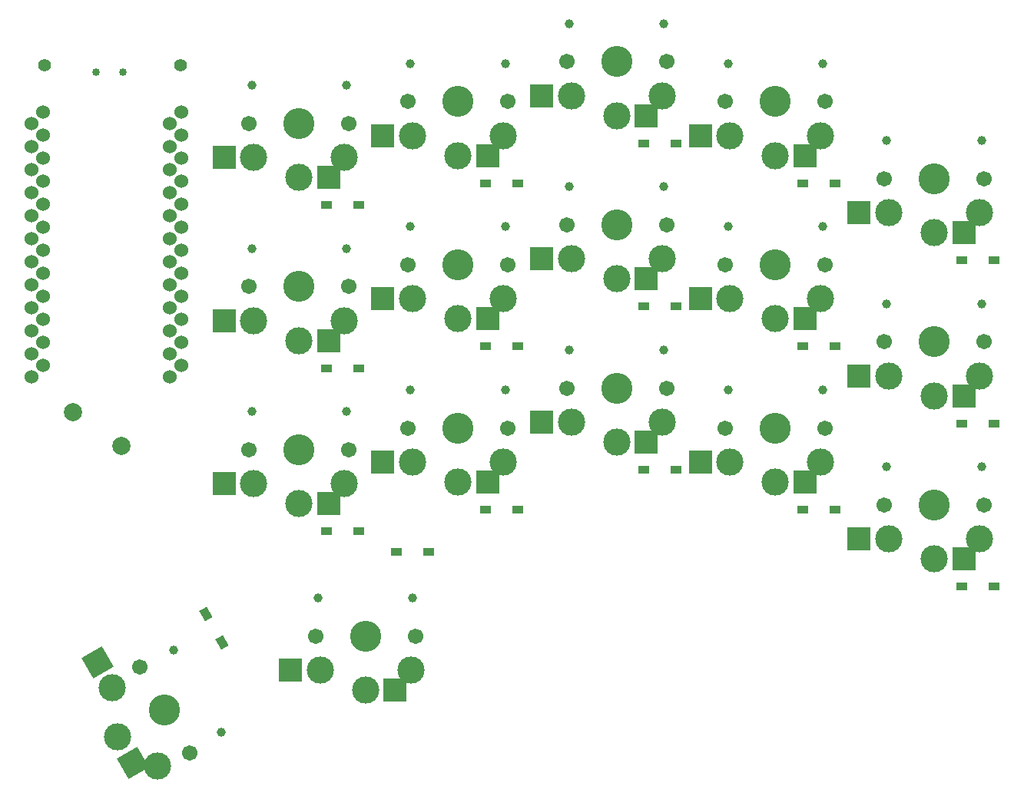
<source format=gbs>
%TF.GenerationSoftware,KiCad,Pcbnew,7.0.5-0*%
%TF.CreationDate,2023-08-21T14:14:50+01:00*%
%TF.ProjectId,draenog-34,64726165-6e6f-4672-9d33-342e6b696361,rev?*%
%TF.SameCoordinates,Original*%
%TF.FileFunction,Soldermask,Bot*%
%TF.FilePolarity,Negative*%
%FSLAX46Y46*%
G04 Gerber Fmt 4.6, Leading zero omitted, Abs format (unit mm)*
G04 Created by KiCad (PCBNEW 7.0.5-0) date 2023-08-21 14:14:50*
%MOMM*%
%LPD*%
G01*
G04 APERTURE LIST*
G04 Aperture macros list*
%AMRotRect*
0 Rectangle, with rotation*
0 The origin of the aperture is its center*
0 $1 length*
0 $2 width*
0 $3 Rotation angle, in degrees counterclockwise*
0 Add horizontal line*
21,1,$1,$2,0,0,$3*%
G04 Aperture macros list end*
%ADD10C,1.701800*%
%ADD11C,0.990600*%
%ADD12C,3.000000*%
%ADD13C,3.429000*%
%ADD14RotRect,2.600000X2.600000X300.000000*%
%ADD15C,1.397000*%
%ADD16R,1.300000X0.950000*%
%ADD17R,2.600000X2.600000*%
%ADD18C,2.000000*%
%ADD19C,1.524000*%
%ADD20RotRect,1.300000X0.950000X300.000000*%
%ADD21C,0.850000*%
G04 APERTURE END LIST*
D10*
%TO.C,SW4*%
X102746249Y-93337806D03*
D11*
X106523556Y-91480293D03*
D12*
X99748654Y-95645819D03*
D13*
X105496249Y-98100946D03*
D12*
X100343398Y-101075946D03*
X104748654Y-104306073D03*
D11*
X111743556Y-100521599D03*
D10*
X108246249Y-102864086D03*
D14*
X101980898Y-103912179D03*
X98111154Y-92809586D03*
%TD*%
D15*
%TO.C,B+1*%
X92250000Y-27000000D03*
%TD*%
D16*
%TO.C,D9*%
X158342000Y-35580000D03*
X161892000Y-35580000D03*
%TD*%
D10*
%TO.C,SW_R2_C2*%
X149817000Y-62580000D03*
D11*
X150097000Y-58380000D03*
D12*
X150317000Y-66330000D03*
D13*
X155317000Y-62580000D03*
D12*
X155317000Y-68530000D03*
X160317000Y-66330000D03*
D11*
X160537000Y-58380000D03*
D10*
X160817000Y-62580000D03*
D17*
X158592000Y-68530000D03*
X147042000Y-66330000D03*
%TD*%
D10*
%TO.C,SW_R2_C0*%
X184817000Y-75470000D03*
D11*
X185097000Y-71270000D03*
D12*
X185317000Y-79220000D03*
D13*
X190317000Y-75470000D03*
D12*
X190317000Y-81420000D03*
X195317000Y-79220000D03*
D11*
X195537000Y-71270000D03*
D10*
X195817000Y-75470000D03*
D17*
X193592000Y-81420000D03*
X182042000Y-79220000D03*
%TD*%
D18*
%TO.C,SW_RST1*%
X95381756Y-65191877D03*
X100706244Y-68920123D03*
%TD*%
D10*
%TO.C,SW_R2_C3*%
X132317000Y-66970000D03*
D11*
X132597000Y-62770000D03*
D12*
X132817000Y-70720000D03*
D13*
X137817000Y-66970000D03*
D12*
X137817000Y-72920000D03*
X142817000Y-70720000D03*
D11*
X143037000Y-62770000D03*
D10*
X143317000Y-66970000D03*
D17*
X141092000Y-72920000D03*
X129542000Y-70720000D03*
%TD*%
D16*
%TO.C,D5*%
X140842000Y-39970000D03*
X144392000Y-39970000D03*
%TD*%
D15*
%TO.C,B-1*%
X107250000Y-27000000D03*
%TD*%
D10*
%TO.C,SW_R1_C1*%
X167317000Y-48970000D03*
D11*
X167597000Y-44770000D03*
D12*
X167817000Y-52720000D03*
D13*
X172817000Y-48970000D03*
D12*
X172817000Y-54920000D03*
X177817000Y-52720000D03*
D11*
X178037000Y-44770000D03*
D10*
X178317000Y-48970000D03*
D17*
X176092000Y-54920000D03*
X164542000Y-52720000D03*
%TD*%
D19*
%TO.C,U1*%
X90805000Y-33365000D03*
X107351400Y-32095000D03*
X90805000Y-35905000D03*
X107351400Y-34635000D03*
X90805000Y-38445000D03*
X107351400Y-37175000D03*
X90805000Y-40985000D03*
X107351400Y-39715000D03*
X90805000Y-43525000D03*
X107351400Y-42255000D03*
X90805000Y-46065000D03*
X107351400Y-44795000D03*
X90805000Y-48605000D03*
X107351400Y-47335000D03*
X90805000Y-51145000D03*
X107351400Y-49875000D03*
X90805000Y-53685000D03*
X107351400Y-52415000D03*
X90805000Y-56225000D03*
X107351400Y-54955000D03*
X90805000Y-58765000D03*
X107351400Y-57495000D03*
X90805000Y-61305000D03*
X107351400Y-60035000D03*
X92131400Y-60035000D03*
X106045000Y-61305000D03*
X92131400Y-57495000D03*
X106045000Y-58765000D03*
X92131400Y-54955000D03*
X106045000Y-56225000D03*
X92131400Y-52415000D03*
X106045000Y-53685000D03*
X92131400Y-49875000D03*
X106045000Y-51145000D03*
X92131400Y-47335000D03*
X106045000Y-48605000D03*
X92131400Y-44795000D03*
X106045000Y-46065000D03*
X92131400Y-42255000D03*
X106045000Y-43525000D03*
X92131400Y-39715000D03*
X106045000Y-40985000D03*
X92131400Y-37175000D03*
X106045000Y-38445000D03*
X92131400Y-34635000D03*
X106045000Y-35905000D03*
X92131400Y-32095000D03*
X106045000Y-33365000D03*
%TD*%
D16*
%TO.C,D8*%
X131025000Y-80600000D03*
X134575000Y-80600000D03*
%TD*%
D10*
%TO.C,SW_R0_C4*%
X114817000Y-33370000D03*
D11*
X115097000Y-29170000D03*
D12*
X115317000Y-37120000D03*
D13*
X120317000Y-33370000D03*
D12*
X120317000Y-39320000D03*
X125317000Y-37120000D03*
D11*
X125537000Y-29170000D03*
D10*
X125817000Y-33370000D03*
D17*
X123592000Y-39320000D03*
X112042000Y-37120000D03*
%TD*%
D10*
%TO.C,SW_R0_C0*%
X184817000Y-39470000D03*
D11*
X185097000Y-35270000D03*
D12*
X185317000Y-43220000D03*
D13*
X190317000Y-39470000D03*
D12*
X190317000Y-45420000D03*
X195317000Y-43220000D03*
D11*
X195537000Y-35270000D03*
D10*
X195817000Y-39470000D03*
D17*
X193592000Y-45420000D03*
X182042000Y-43220000D03*
%TD*%
D10*
%TO.C,SW_R1_C2*%
X149817000Y-44580000D03*
D11*
X150097000Y-40380000D03*
D12*
X150317000Y-48330000D03*
D13*
X155317000Y-44580000D03*
D12*
X155317000Y-50530000D03*
X160317000Y-48330000D03*
D11*
X160537000Y-40380000D03*
D10*
X160817000Y-44580000D03*
D17*
X158592000Y-50530000D03*
X147042000Y-48330000D03*
%TD*%
D10*
%TO.C,SW_R0_C1*%
X167317000Y-30970000D03*
D11*
X167597000Y-26770000D03*
D12*
X167817000Y-34720000D03*
D13*
X172817000Y-30970000D03*
D12*
X172817000Y-36920000D03*
X177817000Y-34720000D03*
D11*
X178037000Y-26770000D03*
D10*
X178317000Y-30970000D03*
D17*
X176092000Y-36920000D03*
X164542000Y-34720000D03*
%TD*%
D10*
%TO.C,SW_R1_C0*%
X184817000Y-57470000D03*
D11*
X185097000Y-53270000D03*
D12*
X185317000Y-61220000D03*
D13*
X190317000Y-57470000D03*
D12*
X190317000Y-63420000D03*
X195317000Y-61220000D03*
D11*
X195537000Y-53270000D03*
D10*
X195817000Y-57470000D03*
D17*
X193592000Y-63420000D03*
X182042000Y-61220000D03*
%TD*%
D10*
%TO.C,SW_R2_C4*%
X114817000Y-69370000D03*
D11*
X115097000Y-65170000D03*
D12*
X115317000Y-73120000D03*
D13*
X120317000Y-69370000D03*
D12*
X120317000Y-75320000D03*
X125317000Y-73120000D03*
D11*
X125537000Y-65170000D03*
D10*
X125817000Y-69370000D03*
D17*
X123592000Y-75320000D03*
X112042000Y-73120000D03*
%TD*%
D10*
%TO.C,SW_R1_C4*%
X114817000Y-51370000D03*
D11*
X115097000Y-47170000D03*
D12*
X115317000Y-55120000D03*
D13*
X120317000Y-51370000D03*
D12*
X120317000Y-57320000D03*
X125317000Y-55120000D03*
D11*
X125537000Y-47170000D03*
D10*
X125817000Y-51370000D03*
D17*
X123592000Y-57320000D03*
X112042000Y-55120000D03*
%TD*%
D20*
%TO.C,D4*%
X110087500Y-87533863D03*
X111862500Y-90608253D03*
%TD*%
D16*
%TO.C,D16*%
X193342000Y-66470000D03*
X196892000Y-66470000D03*
%TD*%
%TO.C,D6*%
X140842000Y-57970000D03*
X144392000Y-57970000D03*
%TD*%
D10*
%TO.C,SW_R0_C3*%
X132317000Y-30970000D03*
D11*
X132597000Y-26770000D03*
D12*
X132817000Y-34720000D03*
D13*
X137817000Y-30970000D03*
D12*
X137817000Y-36920000D03*
X142817000Y-34720000D03*
D11*
X143037000Y-26770000D03*
D10*
X143317000Y-30970000D03*
D17*
X141092000Y-36920000D03*
X129542000Y-34720000D03*
%TD*%
D16*
%TO.C,D1*%
X123342000Y-42370000D03*
X126892000Y-42370000D03*
%TD*%
%TO.C,D13*%
X175842000Y-57970000D03*
X179392000Y-57970000D03*
%TD*%
D10*
%TO.C,SW_R0_C2*%
X149817000Y-26580000D03*
D11*
X150097000Y-22380000D03*
D12*
X150317000Y-30330000D03*
D13*
X155317000Y-26580000D03*
D12*
X155317000Y-32530000D03*
X160317000Y-30330000D03*
D11*
X160537000Y-22380000D03*
D10*
X160817000Y-26580000D03*
D17*
X158592000Y-32530000D03*
X147042000Y-30330000D03*
%TD*%
D10*
%TO.C,SW_R2_C1*%
X167317000Y-66970000D03*
D11*
X167597000Y-62770000D03*
D12*
X167817000Y-70720000D03*
D13*
X172817000Y-66970000D03*
D12*
X172817000Y-72920000D03*
X177817000Y-70720000D03*
D11*
X178037000Y-62770000D03*
D10*
X178317000Y-66970000D03*
D17*
X176092000Y-72920000D03*
X164542000Y-70720000D03*
%TD*%
D16*
%TO.C,D17*%
X193342000Y-84470000D03*
X196892000Y-84470000D03*
%TD*%
%TO.C,D14*%
X175842000Y-75970000D03*
X179392000Y-75970000D03*
%TD*%
%TO.C,D15*%
X193342000Y-48470000D03*
X196892000Y-48470000D03*
%TD*%
%TO.C,D10*%
X158342000Y-53580000D03*
X161892000Y-53580000D03*
%TD*%
D21*
%TO.C,SW_PWR1*%
X97900000Y-27750000D03*
X100900000Y-27750000D03*
%TD*%
D16*
%TO.C,D12*%
X175842000Y-39970000D03*
X179392000Y-39970000D03*
%TD*%
%TO.C,D2*%
X123342000Y-60370000D03*
X126892000Y-60370000D03*
%TD*%
D17*
%TO.C,SW8*%
X119360000Y-93685000D03*
X130910000Y-95885000D03*
D10*
X133135000Y-89935000D03*
D11*
X132855000Y-85735000D03*
D12*
X132635000Y-93685000D03*
X127635000Y-95885000D03*
D13*
X127635000Y-89935000D03*
D12*
X122635000Y-93685000D03*
D11*
X122415000Y-85735000D03*
D10*
X122135000Y-89935000D03*
%TD*%
%TO.C,SW_R1_C3*%
X132317000Y-48970000D03*
D11*
X132597000Y-44770000D03*
D12*
X132817000Y-52720000D03*
D13*
X137817000Y-48970000D03*
D12*
X137817000Y-54920000D03*
X142817000Y-52720000D03*
D11*
X143037000Y-44770000D03*
D10*
X143317000Y-48970000D03*
D17*
X141092000Y-54920000D03*
X129542000Y-52720000D03*
%TD*%
D16*
%TO.C,D3*%
X123342000Y-78370000D03*
X126892000Y-78370000D03*
%TD*%
%TO.C,D11*%
X158342000Y-71580000D03*
X161892000Y-71580000D03*
%TD*%
%TO.C,D7*%
X140842000Y-75970000D03*
X144392000Y-75970000D03*
%TD*%
M02*

</source>
